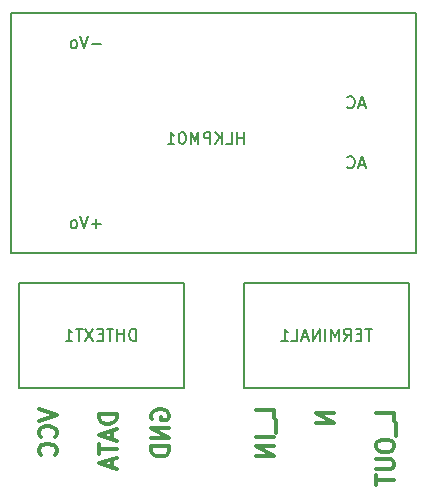
<source format=gbr>
G04 #@! TF.GenerationSoftware,KiCad,Pcbnew,(5.0.1)-3*
G04 #@! TF.CreationDate,2019-02-20T08:20:08+01:00*
G04 #@! TF.ProjectId,THERMOSTAT,544845524D4F535441542E6B69636164,rev?*
G04 #@! TF.SameCoordinates,Original*
G04 #@! TF.FileFunction,Legend,Bot*
G04 #@! TF.FilePolarity,Positive*
%FSLAX46Y46*%
G04 Gerber Fmt 4.6, Leading zero omitted, Abs format (unit mm)*
G04 Created by KiCad (PCBNEW (5.0.1)-3) date 2/20/2019 8:20:08 AM*
%MOMM*%
%LPD*%
G01*
G04 APERTURE LIST*
%ADD10C,0.300000*%
%ADD11C,0.150000*%
G04 APERTURE END LIST*
D10*
X135703571Y-111030000D02*
X137203571Y-111530000D01*
X135703571Y-112030000D01*
X137060714Y-113387142D02*
X137132142Y-113315714D01*
X137203571Y-113101428D01*
X137203571Y-112958571D01*
X137132142Y-112744285D01*
X136989285Y-112601428D01*
X136846428Y-112530000D01*
X136560714Y-112458571D01*
X136346428Y-112458571D01*
X136060714Y-112530000D01*
X135917857Y-112601428D01*
X135775000Y-112744285D01*
X135703571Y-112958571D01*
X135703571Y-113101428D01*
X135775000Y-113315714D01*
X135846428Y-113387142D01*
X137060714Y-114887142D02*
X137132142Y-114815714D01*
X137203571Y-114601428D01*
X137203571Y-114458571D01*
X137132142Y-114244285D01*
X136989285Y-114101428D01*
X136846428Y-114030000D01*
X136560714Y-113958571D01*
X136346428Y-113958571D01*
X136060714Y-114030000D01*
X135917857Y-114101428D01*
X135775000Y-114244285D01*
X135703571Y-114458571D01*
X135703571Y-114601428D01*
X135775000Y-114815714D01*
X135846428Y-114887142D01*
X142283571Y-111415000D02*
X140783571Y-111415000D01*
X140783571Y-111772142D01*
X140855000Y-111986428D01*
X140997857Y-112129285D01*
X141140714Y-112200714D01*
X141426428Y-112272142D01*
X141640714Y-112272142D01*
X141926428Y-112200714D01*
X142069285Y-112129285D01*
X142212142Y-111986428D01*
X142283571Y-111772142D01*
X142283571Y-111415000D01*
X141855000Y-112843571D02*
X141855000Y-113557857D01*
X142283571Y-112700714D02*
X140783571Y-113200714D01*
X142283571Y-113700714D01*
X140783571Y-113986428D02*
X140783571Y-114843571D01*
X142283571Y-114415000D02*
X140783571Y-114415000D01*
X141855000Y-115272142D02*
X141855000Y-115986428D01*
X142283571Y-115129285D02*
X140783571Y-115629285D01*
X142283571Y-116129285D01*
X145300000Y-111887142D02*
X145228571Y-111744285D01*
X145228571Y-111530000D01*
X145300000Y-111315714D01*
X145442857Y-111172857D01*
X145585714Y-111101428D01*
X145871428Y-111030000D01*
X146085714Y-111030000D01*
X146371428Y-111101428D01*
X146514285Y-111172857D01*
X146657142Y-111315714D01*
X146728571Y-111530000D01*
X146728571Y-111672857D01*
X146657142Y-111887142D01*
X146585714Y-111958571D01*
X146085714Y-111958571D01*
X146085714Y-111672857D01*
X146728571Y-112601428D02*
X145228571Y-112601428D01*
X146728571Y-113458571D01*
X145228571Y-113458571D01*
X146728571Y-114172857D02*
X145228571Y-114172857D01*
X145228571Y-114530000D01*
X145300000Y-114744285D01*
X145442857Y-114887142D01*
X145585714Y-114958571D01*
X145871428Y-115030000D01*
X146085714Y-115030000D01*
X146371428Y-114958571D01*
X146514285Y-114887142D01*
X146657142Y-114744285D01*
X146728571Y-114530000D01*
X146728571Y-114172857D01*
X165778571Y-112050000D02*
X165778571Y-111335714D01*
X164278571Y-111335714D01*
X165921428Y-112192857D02*
X165921428Y-113335714D01*
X164278571Y-113978571D02*
X164278571Y-114264285D01*
X164350000Y-114407142D01*
X164492857Y-114550000D01*
X164778571Y-114621428D01*
X165278571Y-114621428D01*
X165564285Y-114550000D01*
X165707142Y-114407142D01*
X165778571Y-114264285D01*
X165778571Y-113978571D01*
X165707142Y-113835714D01*
X165564285Y-113692857D01*
X165278571Y-113621428D01*
X164778571Y-113621428D01*
X164492857Y-113692857D01*
X164350000Y-113835714D01*
X164278571Y-113978571D01*
X164278571Y-115264285D02*
X165492857Y-115264285D01*
X165635714Y-115335714D01*
X165707142Y-115407142D01*
X165778571Y-115550000D01*
X165778571Y-115835714D01*
X165707142Y-115978571D01*
X165635714Y-116050000D01*
X165492857Y-116121428D01*
X164278571Y-116121428D01*
X164278571Y-116621428D02*
X164278571Y-117478571D01*
X165778571Y-117050000D02*
X164278571Y-117050000D01*
X160698571Y-111331428D02*
X159198571Y-111331428D01*
X160698571Y-112188571D01*
X159198571Y-112188571D01*
X155618571Y-111780000D02*
X155618571Y-111065714D01*
X154118571Y-111065714D01*
X155761428Y-111922857D02*
X155761428Y-113065714D01*
X155618571Y-113422857D02*
X154118571Y-113422857D01*
X155618571Y-114137142D02*
X154118571Y-114137142D01*
X155618571Y-114994285D01*
X154118571Y-114994285D01*
D11*
G04 #@! TO.C,HLKPM01*
X167640000Y-77470000D02*
X133350000Y-77470000D01*
X133350000Y-77470000D02*
X133350000Y-97790000D01*
X133350000Y-97790000D02*
X167640000Y-97790000D01*
X167640000Y-97790000D02*
X167640000Y-77470000D01*
G04 #@! TO.C,DHTEXT1*
X133985000Y-100330000D02*
X133985000Y-109220000D01*
X147955000Y-100330000D02*
X133985000Y-100330000D01*
X147955000Y-109220000D02*
X147955000Y-100330000D01*
X133985000Y-109220000D02*
X147955000Y-109220000D01*
G04 #@! TO.C,TERMINAL1*
X153035000Y-100330000D02*
X153035000Y-109220000D01*
X167005000Y-100330000D02*
X153035000Y-100330000D01*
X167005000Y-109220000D02*
X167005000Y-100330000D01*
X153035000Y-109220000D02*
X167005000Y-109220000D01*
G04 #@! TO.C,HLKPM01*
X153074285Y-88582380D02*
X153074285Y-87582380D01*
X153074285Y-88058571D02*
X152502857Y-88058571D01*
X152502857Y-88582380D02*
X152502857Y-87582380D01*
X151550476Y-88582380D02*
X152026666Y-88582380D01*
X152026666Y-87582380D01*
X151217142Y-88582380D02*
X151217142Y-87582380D01*
X150645714Y-88582380D02*
X151074285Y-88010952D01*
X150645714Y-87582380D02*
X151217142Y-88153809D01*
X150217142Y-88582380D02*
X150217142Y-87582380D01*
X149836190Y-87582380D01*
X149740952Y-87630000D01*
X149693333Y-87677619D01*
X149645714Y-87772857D01*
X149645714Y-87915714D01*
X149693333Y-88010952D01*
X149740952Y-88058571D01*
X149836190Y-88106190D01*
X150217142Y-88106190D01*
X149217142Y-88582380D02*
X149217142Y-87582380D01*
X148883809Y-88296666D01*
X148550476Y-87582380D01*
X148550476Y-88582380D01*
X147883809Y-87582380D02*
X147788571Y-87582380D01*
X147693333Y-87630000D01*
X147645714Y-87677619D01*
X147598095Y-87772857D01*
X147550476Y-87963333D01*
X147550476Y-88201428D01*
X147598095Y-88391904D01*
X147645714Y-88487142D01*
X147693333Y-88534761D01*
X147788571Y-88582380D01*
X147883809Y-88582380D01*
X147979047Y-88534761D01*
X148026666Y-88487142D01*
X148074285Y-88391904D01*
X148121904Y-88201428D01*
X148121904Y-87963333D01*
X148074285Y-87772857D01*
X148026666Y-87677619D01*
X147979047Y-87630000D01*
X147883809Y-87582380D01*
X146598095Y-88582380D02*
X147169523Y-88582380D01*
X146883809Y-88582380D02*
X146883809Y-87582380D01*
X146979047Y-87725238D01*
X147074285Y-87820476D01*
X147169523Y-87868095D01*
X140961904Y-80081428D02*
X140200000Y-80081428D01*
X139866666Y-79462380D02*
X139533333Y-80462380D01*
X139200000Y-79462380D01*
X138723809Y-80462380D02*
X138819047Y-80414761D01*
X138866666Y-80367142D01*
X138914285Y-80271904D01*
X138914285Y-79986190D01*
X138866666Y-79890952D01*
X138819047Y-79843333D01*
X138723809Y-79795714D01*
X138580952Y-79795714D01*
X138485714Y-79843333D01*
X138438095Y-79890952D01*
X138390476Y-79986190D01*
X138390476Y-80271904D01*
X138438095Y-80367142D01*
X138485714Y-80414761D01*
X138580952Y-80462380D01*
X138723809Y-80462380D01*
X140961904Y-95321428D02*
X140200000Y-95321428D01*
X140580952Y-95702380D02*
X140580952Y-94940476D01*
X139866666Y-94702380D02*
X139533333Y-95702380D01*
X139200000Y-94702380D01*
X138723809Y-95702380D02*
X138819047Y-95654761D01*
X138866666Y-95607142D01*
X138914285Y-95511904D01*
X138914285Y-95226190D01*
X138866666Y-95130952D01*
X138819047Y-95083333D01*
X138723809Y-95035714D01*
X138580952Y-95035714D01*
X138485714Y-95083333D01*
X138438095Y-95130952D01*
X138390476Y-95226190D01*
X138390476Y-95511904D01*
X138438095Y-95607142D01*
X138485714Y-95654761D01*
X138580952Y-95702380D01*
X138723809Y-95702380D01*
X163298095Y-90336666D02*
X162821904Y-90336666D01*
X163393333Y-90622380D02*
X163060000Y-89622380D01*
X162726666Y-90622380D01*
X161821904Y-90527142D02*
X161869523Y-90574761D01*
X162012380Y-90622380D01*
X162107619Y-90622380D01*
X162250476Y-90574761D01*
X162345714Y-90479523D01*
X162393333Y-90384285D01*
X162440952Y-90193809D01*
X162440952Y-90050952D01*
X162393333Y-89860476D01*
X162345714Y-89765238D01*
X162250476Y-89670000D01*
X162107619Y-89622380D01*
X162012380Y-89622380D01*
X161869523Y-89670000D01*
X161821904Y-89717619D01*
X163298095Y-85256666D02*
X162821904Y-85256666D01*
X163393333Y-85542380D02*
X163060000Y-84542380D01*
X162726666Y-85542380D01*
X161821904Y-85447142D02*
X161869523Y-85494761D01*
X162012380Y-85542380D01*
X162107619Y-85542380D01*
X162250476Y-85494761D01*
X162345714Y-85399523D01*
X162393333Y-85304285D01*
X162440952Y-85113809D01*
X162440952Y-84970952D01*
X162393333Y-84780476D01*
X162345714Y-84685238D01*
X162250476Y-84590000D01*
X162107619Y-84542380D01*
X162012380Y-84542380D01*
X161869523Y-84590000D01*
X161821904Y-84637619D01*
G04 #@! TO.C,DHTEXT1*
X143922380Y-105227380D02*
X143922380Y-104227380D01*
X143684285Y-104227380D01*
X143541428Y-104275000D01*
X143446190Y-104370238D01*
X143398571Y-104465476D01*
X143350952Y-104655952D01*
X143350952Y-104798809D01*
X143398571Y-104989285D01*
X143446190Y-105084523D01*
X143541428Y-105179761D01*
X143684285Y-105227380D01*
X143922380Y-105227380D01*
X142922380Y-105227380D02*
X142922380Y-104227380D01*
X142922380Y-104703571D02*
X142350952Y-104703571D01*
X142350952Y-105227380D02*
X142350952Y-104227380D01*
X142017619Y-104227380D02*
X141446190Y-104227380D01*
X141731904Y-105227380D02*
X141731904Y-104227380D01*
X141112857Y-104703571D02*
X140779523Y-104703571D01*
X140636666Y-105227380D02*
X141112857Y-105227380D01*
X141112857Y-104227380D01*
X140636666Y-104227380D01*
X140303333Y-104227380D02*
X139636666Y-105227380D01*
X139636666Y-104227380D02*
X140303333Y-105227380D01*
X139398571Y-104227380D02*
X138827142Y-104227380D01*
X139112857Y-105227380D02*
X139112857Y-104227380D01*
X137970000Y-105227380D02*
X138541428Y-105227380D01*
X138255714Y-105227380D02*
X138255714Y-104227380D01*
X138350952Y-104370238D01*
X138446190Y-104465476D01*
X138541428Y-104513095D01*
G04 #@! TO.C,TERMINAL1*
X163900952Y-104227380D02*
X163329523Y-104227380D01*
X163615238Y-105227380D02*
X163615238Y-104227380D01*
X162996190Y-104703571D02*
X162662857Y-104703571D01*
X162520000Y-105227380D02*
X162996190Y-105227380D01*
X162996190Y-104227380D01*
X162520000Y-104227380D01*
X161520000Y-105227380D02*
X161853333Y-104751190D01*
X162091428Y-105227380D02*
X162091428Y-104227380D01*
X161710476Y-104227380D01*
X161615238Y-104275000D01*
X161567619Y-104322619D01*
X161520000Y-104417857D01*
X161520000Y-104560714D01*
X161567619Y-104655952D01*
X161615238Y-104703571D01*
X161710476Y-104751190D01*
X162091428Y-104751190D01*
X161091428Y-105227380D02*
X161091428Y-104227380D01*
X160758095Y-104941666D01*
X160424761Y-104227380D01*
X160424761Y-105227380D01*
X159948571Y-105227380D02*
X159948571Y-104227380D01*
X159472380Y-105227380D02*
X159472380Y-104227380D01*
X158900952Y-105227380D01*
X158900952Y-104227380D01*
X158472380Y-104941666D02*
X157996190Y-104941666D01*
X158567619Y-105227380D02*
X158234285Y-104227380D01*
X157900952Y-105227380D01*
X157091428Y-105227380D02*
X157567619Y-105227380D01*
X157567619Y-104227380D01*
X156234285Y-105227380D02*
X156805714Y-105227380D01*
X156520000Y-105227380D02*
X156520000Y-104227380D01*
X156615238Y-104370238D01*
X156710476Y-104465476D01*
X156805714Y-104513095D01*
G04 #@! TD*
M02*

</source>
